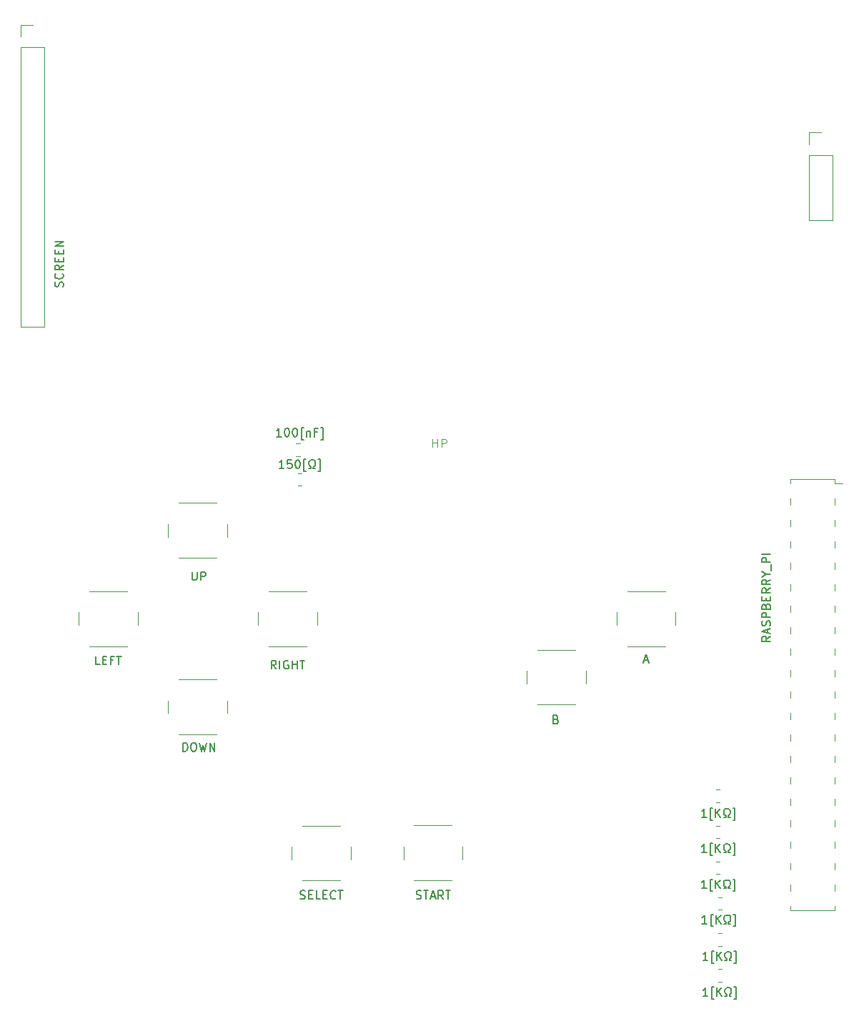
<source format=gbr>
%TF.GenerationSoftware,KiCad,Pcbnew,9.0.5*%
%TF.CreationDate,2025-10-16T02:52:29+02:00*%
%TF.ProjectId,Gameboy-interface-card,47616d65-626f-4792-9d69-6e7465726661,rev?*%
%TF.SameCoordinates,Original*%
%TF.FileFunction,Legend,Top*%
%TF.FilePolarity,Positive*%
%FSLAX46Y46*%
G04 Gerber Fmt 4.6, Leading zero omitted, Abs format (unit mm)*
G04 Created by KiCad (PCBNEW 9.0.5) date 2025-10-16 02:52:29*
%MOMM*%
%LPD*%
G01*
G04 APERTURE LIST*
%ADD10C,0.150000*%
%ADD11C,0.100000*%
%ADD12C,0.120000*%
G04 APERTURE END LIST*
D10*
X52119048Y-132204819D02*
X52119048Y-131204819D01*
X52119048Y-131204819D02*
X52357143Y-131204819D01*
X52357143Y-131204819D02*
X52500000Y-131252438D01*
X52500000Y-131252438D02*
X52595238Y-131347676D01*
X52595238Y-131347676D02*
X52642857Y-131442914D01*
X52642857Y-131442914D02*
X52690476Y-131633390D01*
X52690476Y-131633390D02*
X52690476Y-131776247D01*
X52690476Y-131776247D02*
X52642857Y-131966723D01*
X52642857Y-131966723D02*
X52595238Y-132061961D01*
X52595238Y-132061961D02*
X52500000Y-132157200D01*
X52500000Y-132157200D02*
X52357143Y-132204819D01*
X52357143Y-132204819D02*
X52119048Y-132204819D01*
X53309524Y-131204819D02*
X53500000Y-131204819D01*
X53500000Y-131204819D02*
X53595238Y-131252438D01*
X53595238Y-131252438D02*
X53690476Y-131347676D01*
X53690476Y-131347676D02*
X53738095Y-131538152D01*
X53738095Y-131538152D02*
X53738095Y-131871485D01*
X53738095Y-131871485D02*
X53690476Y-132061961D01*
X53690476Y-132061961D02*
X53595238Y-132157200D01*
X53595238Y-132157200D02*
X53500000Y-132204819D01*
X53500000Y-132204819D02*
X53309524Y-132204819D01*
X53309524Y-132204819D02*
X53214286Y-132157200D01*
X53214286Y-132157200D02*
X53119048Y-132061961D01*
X53119048Y-132061961D02*
X53071429Y-131871485D01*
X53071429Y-131871485D02*
X53071429Y-131538152D01*
X53071429Y-131538152D02*
X53119048Y-131347676D01*
X53119048Y-131347676D02*
X53214286Y-131252438D01*
X53214286Y-131252438D02*
X53309524Y-131204819D01*
X54071429Y-131204819D02*
X54309524Y-132204819D01*
X54309524Y-132204819D02*
X54500000Y-131490533D01*
X54500000Y-131490533D02*
X54690476Y-132204819D01*
X54690476Y-132204819D02*
X54928572Y-131204819D01*
X55309524Y-132204819D02*
X55309524Y-131204819D01*
X55309524Y-131204819D02*
X55880952Y-132204819D01*
X55880952Y-132204819D02*
X55880952Y-131204819D01*
X63785713Y-94954819D02*
X63214285Y-94954819D01*
X63499999Y-94954819D02*
X63499999Y-93954819D01*
X63499999Y-93954819D02*
X63404761Y-94097676D01*
X63404761Y-94097676D02*
X63309523Y-94192914D01*
X63309523Y-94192914D02*
X63214285Y-94240533D01*
X64404761Y-93954819D02*
X64499999Y-93954819D01*
X64499999Y-93954819D02*
X64595237Y-94002438D01*
X64595237Y-94002438D02*
X64642856Y-94050057D01*
X64642856Y-94050057D02*
X64690475Y-94145295D01*
X64690475Y-94145295D02*
X64738094Y-94335771D01*
X64738094Y-94335771D02*
X64738094Y-94573866D01*
X64738094Y-94573866D02*
X64690475Y-94764342D01*
X64690475Y-94764342D02*
X64642856Y-94859580D01*
X64642856Y-94859580D02*
X64595237Y-94907200D01*
X64595237Y-94907200D02*
X64499999Y-94954819D01*
X64499999Y-94954819D02*
X64404761Y-94954819D01*
X64404761Y-94954819D02*
X64309523Y-94907200D01*
X64309523Y-94907200D02*
X64261904Y-94859580D01*
X64261904Y-94859580D02*
X64214285Y-94764342D01*
X64214285Y-94764342D02*
X64166666Y-94573866D01*
X64166666Y-94573866D02*
X64166666Y-94335771D01*
X64166666Y-94335771D02*
X64214285Y-94145295D01*
X64214285Y-94145295D02*
X64261904Y-94050057D01*
X64261904Y-94050057D02*
X64309523Y-94002438D01*
X64309523Y-94002438D02*
X64404761Y-93954819D01*
X65357142Y-93954819D02*
X65452380Y-93954819D01*
X65452380Y-93954819D02*
X65547618Y-94002438D01*
X65547618Y-94002438D02*
X65595237Y-94050057D01*
X65595237Y-94050057D02*
X65642856Y-94145295D01*
X65642856Y-94145295D02*
X65690475Y-94335771D01*
X65690475Y-94335771D02*
X65690475Y-94573866D01*
X65690475Y-94573866D02*
X65642856Y-94764342D01*
X65642856Y-94764342D02*
X65595237Y-94859580D01*
X65595237Y-94859580D02*
X65547618Y-94907200D01*
X65547618Y-94907200D02*
X65452380Y-94954819D01*
X65452380Y-94954819D02*
X65357142Y-94954819D01*
X65357142Y-94954819D02*
X65261904Y-94907200D01*
X65261904Y-94907200D02*
X65214285Y-94859580D01*
X65214285Y-94859580D02*
X65166666Y-94764342D01*
X65166666Y-94764342D02*
X65119047Y-94573866D01*
X65119047Y-94573866D02*
X65119047Y-94335771D01*
X65119047Y-94335771D02*
X65166666Y-94145295D01*
X65166666Y-94145295D02*
X65214285Y-94050057D01*
X65214285Y-94050057D02*
X65261904Y-94002438D01*
X65261904Y-94002438D02*
X65357142Y-93954819D01*
X66404761Y-95288152D02*
X66166666Y-95288152D01*
X66166666Y-95288152D02*
X66166666Y-93859580D01*
X66166666Y-93859580D02*
X66404761Y-93859580D01*
X66785714Y-94288152D02*
X66785714Y-94954819D01*
X66785714Y-94383390D02*
X66833333Y-94335771D01*
X66833333Y-94335771D02*
X66928571Y-94288152D01*
X66928571Y-94288152D02*
X67071428Y-94288152D01*
X67071428Y-94288152D02*
X67166666Y-94335771D01*
X67166666Y-94335771D02*
X67214285Y-94431009D01*
X67214285Y-94431009D02*
X67214285Y-94954819D01*
X68023809Y-94431009D02*
X67690476Y-94431009D01*
X67690476Y-94954819D02*
X67690476Y-93954819D01*
X67690476Y-93954819D02*
X68166666Y-93954819D01*
X68452381Y-95288152D02*
X68690476Y-95288152D01*
X68690476Y-95288152D02*
X68690476Y-93859580D01*
X68690476Y-93859580D02*
X68452381Y-93859580D01*
X114197618Y-152604819D02*
X113626190Y-152604819D01*
X113911904Y-152604819D02*
X113911904Y-151604819D01*
X113911904Y-151604819D02*
X113816666Y-151747676D01*
X113816666Y-151747676D02*
X113721428Y-151842914D01*
X113721428Y-151842914D02*
X113626190Y-151890533D01*
X114911904Y-152938152D02*
X114673809Y-152938152D01*
X114673809Y-152938152D02*
X114673809Y-151509580D01*
X114673809Y-151509580D02*
X114911904Y-151509580D01*
X115292857Y-152604819D02*
X115292857Y-151604819D01*
X115864285Y-152604819D02*
X115435714Y-152033390D01*
X115864285Y-151604819D02*
X115292857Y-152176247D01*
X116245238Y-152604819D02*
X116483333Y-152604819D01*
X116483333Y-152604819D02*
X116483333Y-152414342D01*
X116483333Y-152414342D02*
X116388095Y-152366723D01*
X116388095Y-152366723D02*
X116292857Y-152271485D01*
X116292857Y-152271485D02*
X116245238Y-152128628D01*
X116245238Y-152128628D02*
X116245238Y-151890533D01*
X116245238Y-151890533D02*
X116292857Y-151747676D01*
X116292857Y-151747676D02*
X116388095Y-151652438D01*
X116388095Y-151652438D02*
X116530952Y-151604819D01*
X116530952Y-151604819D02*
X116721428Y-151604819D01*
X116721428Y-151604819D02*
X116864285Y-151652438D01*
X116864285Y-151652438D02*
X116959523Y-151747676D01*
X116959523Y-151747676D02*
X117007142Y-151890533D01*
X117007142Y-151890533D02*
X117007142Y-152128628D01*
X117007142Y-152128628D02*
X116959523Y-152271485D01*
X116959523Y-152271485D02*
X116864285Y-152366723D01*
X116864285Y-152366723D02*
X116769047Y-152414342D01*
X116769047Y-152414342D02*
X116769047Y-152604819D01*
X116769047Y-152604819D02*
X117007142Y-152604819D01*
X117340476Y-152938152D02*
X117578571Y-152938152D01*
X117578571Y-152938152D02*
X117578571Y-151509580D01*
X117578571Y-151509580D02*
X117340476Y-151509580D01*
X96321428Y-128431009D02*
X96464285Y-128478628D01*
X96464285Y-128478628D02*
X96511904Y-128526247D01*
X96511904Y-128526247D02*
X96559523Y-128621485D01*
X96559523Y-128621485D02*
X96559523Y-128764342D01*
X96559523Y-128764342D02*
X96511904Y-128859580D01*
X96511904Y-128859580D02*
X96464285Y-128907200D01*
X96464285Y-128907200D02*
X96369047Y-128954819D01*
X96369047Y-128954819D02*
X95988095Y-128954819D01*
X95988095Y-128954819D02*
X95988095Y-127954819D01*
X95988095Y-127954819D02*
X96321428Y-127954819D01*
X96321428Y-127954819D02*
X96416666Y-128002438D01*
X96416666Y-128002438D02*
X96464285Y-128050057D01*
X96464285Y-128050057D02*
X96511904Y-128145295D01*
X96511904Y-128145295D02*
X96511904Y-128240533D01*
X96511904Y-128240533D02*
X96464285Y-128335771D01*
X96464285Y-128335771D02*
X96416666Y-128383390D01*
X96416666Y-128383390D02*
X96321428Y-128431009D01*
X96321428Y-128431009D02*
X95988095Y-128431009D01*
X106761905Y-121419104D02*
X107238095Y-121419104D01*
X106666667Y-121704819D02*
X107000000Y-120704819D01*
X107000000Y-120704819D02*
X107333333Y-121704819D01*
X114147618Y-144204819D02*
X113576190Y-144204819D01*
X113861904Y-144204819D02*
X113861904Y-143204819D01*
X113861904Y-143204819D02*
X113766666Y-143347676D01*
X113766666Y-143347676D02*
X113671428Y-143442914D01*
X113671428Y-143442914D02*
X113576190Y-143490533D01*
X114861904Y-144538152D02*
X114623809Y-144538152D01*
X114623809Y-144538152D02*
X114623809Y-143109580D01*
X114623809Y-143109580D02*
X114861904Y-143109580D01*
X115242857Y-144204819D02*
X115242857Y-143204819D01*
X115814285Y-144204819D02*
X115385714Y-143633390D01*
X115814285Y-143204819D02*
X115242857Y-143776247D01*
X116195238Y-144204819D02*
X116433333Y-144204819D01*
X116433333Y-144204819D02*
X116433333Y-144014342D01*
X116433333Y-144014342D02*
X116338095Y-143966723D01*
X116338095Y-143966723D02*
X116242857Y-143871485D01*
X116242857Y-143871485D02*
X116195238Y-143728628D01*
X116195238Y-143728628D02*
X116195238Y-143490533D01*
X116195238Y-143490533D02*
X116242857Y-143347676D01*
X116242857Y-143347676D02*
X116338095Y-143252438D01*
X116338095Y-143252438D02*
X116480952Y-143204819D01*
X116480952Y-143204819D02*
X116671428Y-143204819D01*
X116671428Y-143204819D02*
X116814285Y-143252438D01*
X116814285Y-143252438D02*
X116909523Y-143347676D01*
X116909523Y-143347676D02*
X116957142Y-143490533D01*
X116957142Y-143490533D02*
X116957142Y-143728628D01*
X116957142Y-143728628D02*
X116909523Y-143871485D01*
X116909523Y-143871485D02*
X116814285Y-143966723D01*
X116814285Y-143966723D02*
X116719047Y-144014342D01*
X116719047Y-144014342D02*
X116719047Y-144204819D01*
X116719047Y-144204819D02*
X116957142Y-144204819D01*
X117290476Y-144538152D02*
X117528571Y-144538152D01*
X117528571Y-144538152D02*
X117528571Y-143109580D01*
X117528571Y-143109580D02*
X117290476Y-143109580D01*
X114297618Y-161204819D02*
X113726190Y-161204819D01*
X114011904Y-161204819D02*
X114011904Y-160204819D01*
X114011904Y-160204819D02*
X113916666Y-160347676D01*
X113916666Y-160347676D02*
X113821428Y-160442914D01*
X113821428Y-160442914D02*
X113726190Y-160490533D01*
X115011904Y-161538152D02*
X114773809Y-161538152D01*
X114773809Y-161538152D02*
X114773809Y-160109580D01*
X114773809Y-160109580D02*
X115011904Y-160109580D01*
X115392857Y-161204819D02*
X115392857Y-160204819D01*
X115964285Y-161204819D02*
X115535714Y-160633390D01*
X115964285Y-160204819D02*
X115392857Y-160776247D01*
X116345238Y-161204819D02*
X116583333Y-161204819D01*
X116583333Y-161204819D02*
X116583333Y-161014342D01*
X116583333Y-161014342D02*
X116488095Y-160966723D01*
X116488095Y-160966723D02*
X116392857Y-160871485D01*
X116392857Y-160871485D02*
X116345238Y-160728628D01*
X116345238Y-160728628D02*
X116345238Y-160490533D01*
X116345238Y-160490533D02*
X116392857Y-160347676D01*
X116392857Y-160347676D02*
X116488095Y-160252438D01*
X116488095Y-160252438D02*
X116630952Y-160204819D01*
X116630952Y-160204819D02*
X116821428Y-160204819D01*
X116821428Y-160204819D02*
X116964285Y-160252438D01*
X116964285Y-160252438D02*
X117059523Y-160347676D01*
X117059523Y-160347676D02*
X117107142Y-160490533D01*
X117107142Y-160490533D02*
X117107142Y-160728628D01*
X117107142Y-160728628D02*
X117059523Y-160871485D01*
X117059523Y-160871485D02*
X116964285Y-160966723D01*
X116964285Y-160966723D02*
X116869047Y-161014342D01*
X116869047Y-161014342D02*
X116869047Y-161204819D01*
X116869047Y-161204819D02*
X117107142Y-161204819D01*
X117440476Y-161538152D02*
X117678571Y-161538152D01*
X117678571Y-161538152D02*
X117678571Y-160109580D01*
X117678571Y-160109580D02*
X117440476Y-160109580D01*
X42297618Y-121954819D02*
X41821428Y-121954819D01*
X41821428Y-121954819D02*
X41821428Y-120954819D01*
X42630952Y-121431009D02*
X42964285Y-121431009D01*
X43107142Y-121954819D02*
X42630952Y-121954819D01*
X42630952Y-121954819D02*
X42630952Y-120954819D01*
X42630952Y-120954819D02*
X43107142Y-120954819D01*
X43869047Y-121431009D02*
X43535714Y-121431009D01*
X43535714Y-121954819D02*
X43535714Y-120954819D01*
X43535714Y-120954819D02*
X44011904Y-120954819D01*
X44250000Y-120954819D02*
X44821428Y-120954819D01*
X44535714Y-121954819D02*
X44535714Y-120954819D01*
X37907200Y-77214285D02*
X37954819Y-77071428D01*
X37954819Y-77071428D02*
X37954819Y-76833333D01*
X37954819Y-76833333D02*
X37907200Y-76738095D01*
X37907200Y-76738095D02*
X37859580Y-76690476D01*
X37859580Y-76690476D02*
X37764342Y-76642857D01*
X37764342Y-76642857D02*
X37669104Y-76642857D01*
X37669104Y-76642857D02*
X37573866Y-76690476D01*
X37573866Y-76690476D02*
X37526247Y-76738095D01*
X37526247Y-76738095D02*
X37478628Y-76833333D01*
X37478628Y-76833333D02*
X37431009Y-77023809D01*
X37431009Y-77023809D02*
X37383390Y-77119047D01*
X37383390Y-77119047D02*
X37335771Y-77166666D01*
X37335771Y-77166666D02*
X37240533Y-77214285D01*
X37240533Y-77214285D02*
X37145295Y-77214285D01*
X37145295Y-77214285D02*
X37050057Y-77166666D01*
X37050057Y-77166666D02*
X37002438Y-77119047D01*
X37002438Y-77119047D02*
X36954819Y-77023809D01*
X36954819Y-77023809D02*
X36954819Y-76785714D01*
X36954819Y-76785714D02*
X37002438Y-76642857D01*
X37859580Y-75642857D02*
X37907200Y-75690476D01*
X37907200Y-75690476D02*
X37954819Y-75833333D01*
X37954819Y-75833333D02*
X37954819Y-75928571D01*
X37954819Y-75928571D02*
X37907200Y-76071428D01*
X37907200Y-76071428D02*
X37811961Y-76166666D01*
X37811961Y-76166666D02*
X37716723Y-76214285D01*
X37716723Y-76214285D02*
X37526247Y-76261904D01*
X37526247Y-76261904D02*
X37383390Y-76261904D01*
X37383390Y-76261904D02*
X37192914Y-76214285D01*
X37192914Y-76214285D02*
X37097676Y-76166666D01*
X37097676Y-76166666D02*
X37002438Y-76071428D01*
X37002438Y-76071428D02*
X36954819Y-75928571D01*
X36954819Y-75928571D02*
X36954819Y-75833333D01*
X36954819Y-75833333D02*
X37002438Y-75690476D01*
X37002438Y-75690476D02*
X37050057Y-75642857D01*
X37954819Y-74642857D02*
X37478628Y-74976190D01*
X37954819Y-75214285D02*
X36954819Y-75214285D01*
X36954819Y-75214285D02*
X36954819Y-74833333D01*
X36954819Y-74833333D02*
X37002438Y-74738095D01*
X37002438Y-74738095D02*
X37050057Y-74690476D01*
X37050057Y-74690476D02*
X37145295Y-74642857D01*
X37145295Y-74642857D02*
X37288152Y-74642857D01*
X37288152Y-74642857D02*
X37383390Y-74690476D01*
X37383390Y-74690476D02*
X37431009Y-74738095D01*
X37431009Y-74738095D02*
X37478628Y-74833333D01*
X37478628Y-74833333D02*
X37478628Y-75214285D01*
X37431009Y-74214285D02*
X37431009Y-73880952D01*
X37954819Y-73738095D02*
X37954819Y-74214285D01*
X37954819Y-74214285D02*
X36954819Y-74214285D01*
X36954819Y-74214285D02*
X36954819Y-73738095D01*
X37431009Y-73309523D02*
X37431009Y-72976190D01*
X37954819Y-72833333D02*
X37954819Y-73309523D01*
X37954819Y-73309523D02*
X36954819Y-73309523D01*
X36954819Y-73309523D02*
X36954819Y-72833333D01*
X37954819Y-72404761D02*
X36954819Y-72404761D01*
X36954819Y-72404761D02*
X37954819Y-71833333D01*
X37954819Y-71833333D02*
X36954819Y-71833333D01*
X63166666Y-122454819D02*
X62833333Y-121978628D01*
X62595238Y-122454819D02*
X62595238Y-121454819D01*
X62595238Y-121454819D02*
X62976190Y-121454819D01*
X62976190Y-121454819D02*
X63071428Y-121502438D01*
X63071428Y-121502438D02*
X63119047Y-121550057D01*
X63119047Y-121550057D02*
X63166666Y-121645295D01*
X63166666Y-121645295D02*
X63166666Y-121788152D01*
X63166666Y-121788152D02*
X63119047Y-121883390D01*
X63119047Y-121883390D02*
X63071428Y-121931009D01*
X63071428Y-121931009D02*
X62976190Y-121978628D01*
X62976190Y-121978628D02*
X62595238Y-121978628D01*
X63595238Y-122454819D02*
X63595238Y-121454819D01*
X64595237Y-121502438D02*
X64499999Y-121454819D01*
X64499999Y-121454819D02*
X64357142Y-121454819D01*
X64357142Y-121454819D02*
X64214285Y-121502438D01*
X64214285Y-121502438D02*
X64119047Y-121597676D01*
X64119047Y-121597676D02*
X64071428Y-121692914D01*
X64071428Y-121692914D02*
X64023809Y-121883390D01*
X64023809Y-121883390D02*
X64023809Y-122026247D01*
X64023809Y-122026247D02*
X64071428Y-122216723D01*
X64071428Y-122216723D02*
X64119047Y-122311961D01*
X64119047Y-122311961D02*
X64214285Y-122407200D01*
X64214285Y-122407200D02*
X64357142Y-122454819D01*
X64357142Y-122454819D02*
X64452380Y-122454819D01*
X64452380Y-122454819D02*
X64595237Y-122407200D01*
X64595237Y-122407200D02*
X64642856Y-122359580D01*
X64642856Y-122359580D02*
X64642856Y-122026247D01*
X64642856Y-122026247D02*
X64452380Y-122026247D01*
X65071428Y-122454819D02*
X65071428Y-121454819D01*
X65071428Y-121931009D02*
X65642856Y-121931009D01*
X65642856Y-122454819D02*
X65642856Y-121454819D01*
X65976190Y-121454819D02*
X66547618Y-121454819D01*
X66261904Y-122454819D02*
X66261904Y-121454819D01*
X79773809Y-149657200D02*
X79916666Y-149704819D01*
X79916666Y-149704819D02*
X80154761Y-149704819D01*
X80154761Y-149704819D02*
X80249999Y-149657200D01*
X80249999Y-149657200D02*
X80297618Y-149609580D01*
X80297618Y-149609580D02*
X80345237Y-149514342D01*
X80345237Y-149514342D02*
X80345237Y-149419104D01*
X80345237Y-149419104D02*
X80297618Y-149323866D01*
X80297618Y-149323866D02*
X80249999Y-149276247D01*
X80249999Y-149276247D02*
X80154761Y-149228628D01*
X80154761Y-149228628D02*
X79964285Y-149181009D01*
X79964285Y-149181009D02*
X79869047Y-149133390D01*
X79869047Y-149133390D02*
X79821428Y-149085771D01*
X79821428Y-149085771D02*
X79773809Y-148990533D01*
X79773809Y-148990533D02*
X79773809Y-148895295D01*
X79773809Y-148895295D02*
X79821428Y-148800057D01*
X79821428Y-148800057D02*
X79869047Y-148752438D01*
X79869047Y-148752438D02*
X79964285Y-148704819D01*
X79964285Y-148704819D02*
X80202380Y-148704819D01*
X80202380Y-148704819D02*
X80345237Y-148752438D01*
X80630952Y-148704819D02*
X81202380Y-148704819D01*
X80916666Y-149704819D02*
X80916666Y-148704819D01*
X81488095Y-149419104D02*
X81964285Y-149419104D01*
X81392857Y-149704819D02*
X81726190Y-148704819D01*
X81726190Y-148704819D02*
X82059523Y-149704819D01*
X82964285Y-149704819D02*
X82630952Y-149228628D01*
X82392857Y-149704819D02*
X82392857Y-148704819D01*
X82392857Y-148704819D02*
X82773809Y-148704819D01*
X82773809Y-148704819D02*
X82869047Y-148752438D01*
X82869047Y-148752438D02*
X82916666Y-148800057D01*
X82916666Y-148800057D02*
X82964285Y-148895295D01*
X82964285Y-148895295D02*
X82964285Y-149038152D01*
X82964285Y-149038152D02*
X82916666Y-149133390D01*
X82916666Y-149133390D02*
X82869047Y-149181009D01*
X82869047Y-149181009D02*
X82773809Y-149228628D01*
X82773809Y-149228628D02*
X82392857Y-149228628D01*
X83250000Y-148704819D02*
X83821428Y-148704819D01*
X83535714Y-149704819D02*
X83535714Y-148704819D01*
X121704819Y-118595238D02*
X121228628Y-118928571D01*
X121704819Y-119166666D02*
X120704819Y-119166666D01*
X120704819Y-119166666D02*
X120704819Y-118785714D01*
X120704819Y-118785714D02*
X120752438Y-118690476D01*
X120752438Y-118690476D02*
X120800057Y-118642857D01*
X120800057Y-118642857D02*
X120895295Y-118595238D01*
X120895295Y-118595238D02*
X121038152Y-118595238D01*
X121038152Y-118595238D02*
X121133390Y-118642857D01*
X121133390Y-118642857D02*
X121181009Y-118690476D01*
X121181009Y-118690476D02*
X121228628Y-118785714D01*
X121228628Y-118785714D02*
X121228628Y-119166666D01*
X121419104Y-118214285D02*
X121419104Y-117738095D01*
X121704819Y-118309523D02*
X120704819Y-117976190D01*
X120704819Y-117976190D02*
X121704819Y-117642857D01*
X121657200Y-117357142D02*
X121704819Y-117214285D01*
X121704819Y-117214285D02*
X121704819Y-116976190D01*
X121704819Y-116976190D02*
X121657200Y-116880952D01*
X121657200Y-116880952D02*
X121609580Y-116833333D01*
X121609580Y-116833333D02*
X121514342Y-116785714D01*
X121514342Y-116785714D02*
X121419104Y-116785714D01*
X121419104Y-116785714D02*
X121323866Y-116833333D01*
X121323866Y-116833333D02*
X121276247Y-116880952D01*
X121276247Y-116880952D02*
X121228628Y-116976190D01*
X121228628Y-116976190D02*
X121181009Y-117166666D01*
X121181009Y-117166666D02*
X121133390Y-117261904D01*
X121133390Y-117261904D02*
X121085771Y-117309523D01*
X121085771Y-117309523D02*
X120990533Y-117357142D01*
X120990533Y-117357142D02*
X120895295Y-117357142D01*
X120895295Y-117357142D02*
X120800057Y-117309523D01*
X120800057Y-117309523D02*
X120752438Y-117261904D01*
X120752438Y-117261904D02*
X120704819Y-117166666D01*
X120704819Y-117166666D02*
X120704819Y-116928571D01*
X120704819Y-116928571D02*
X120752438Y-116785714D01*
X121704819Y-116357142D02*
X120704819Y-116357142D01*
X120704819Y-116357142D02*
X120704819Y-115976190D01*
X120704819Y-115976190D02*
X120752438Y-115880952D01*
X120752438Y-115880952D02*
X120800057Y-115833333D01*
X120800057Y-115833333D02*
X120895295Y-115785714D01*
X120895295Y-115785714D02*
X121038152Y-115785714D01*
X121038152Y-115785714D02*
X121133390Y-115833333D01*
X121133390Y-115833333D02*
X121181009Y-115880952D01*
X121181009Y-115880952D02*
X121228628Y-115976190D01*
X121228628Y-115976190D02*
X121228628Y-116357142D01*
X121181009Y-115023809D02*
X121228628Y-114880952D01*
X121228628Y-114880952D02*
X121276247Y-114833333D01*
X121276247Y-114833333D02*
X121371485Y-114785714D01*
X121371485Y-114785714D02*
X121514342Y-114785714D01*
X121514342Y-114785714D02*
X121609580Y-114833333D01*
X121609580Y-114833333D02*
X121657200Y-114880952D01*
X121657200Y-114880952D02*
X121704819Y-114976190D01*
X121704819Y-114976190D02*
X121704819Y-115357142D01*
X121704819Y-115357142D02*
X120704819Y-115357142D01*
X120704819Y-115357142D02*
X120704819Y-115023809D01*
X120704819Y-115023809D02*
X120752438Y-114928571D01*
X120752438Y-114928571D02*
X120800057Y-114880952D01*
X120800057Y-114880952D02*
X120895295Y-114833333D01*
X120895295Y-114833333D02*
X120990533Y-114833333D01*
X120990533Y-114833333D02*
X121085771Y-114880952D01*
X121085771Y-114880952D02*
X121133390Y-114928571D01*
X121133390Y-114928571D02*
X121181009Y-115023809D01*
X121181009Y-115023809D02*
X121181009Y-115357142D01*
X121181009Y-114357142D02*
X121181009Y-114023809D01*
X121704819Y-113880952D02*
X121704819Y-114357142D01*
X121704819Y-114357142D02*
X120704819Y-114357142D01*
X120704819Y-114357142D02*
X120704819Y-113880952D01*
X121704819Y-112880952D02*
X121228628Y-113214285D01*
X121704819Y-113452380D02*
X120704819Y-113452380D01*
X120704819Y-113452380D02*
X120704819Y-113071428D01*
X120704819Y-113071428D02*
X120752438Y-112976190D01*
X120752438Y-112976190D02*
X120800057Y-112928571D01*
X120800057Y-112928571D02*
X120895295Y-112880952D01*
X120895295Y-112880952D02*
X121038152Y-112880952D01*
X121038152Y-112880952D02*
X121133390Y-112928571D01*
X121133390Y-112928571D02*
X121181009Y-112976190D01*
X121181009Y-112976190D02*
X121228628Y-113071428D01*
X121228628Y-113071428D02*
X121228628Y-113452380D01*
X121704819Y-111880952D02*
X121228628Y-112214285D01*
X121704819Y-112452380D02*
X120704819Y-112452380D01*
X120704819Y-112452380D02*
X120704819Y-112071428D01*
X120704819Y-112071428D02*
X120752438Y-111976190D01*
X120752438Y-111976190D02*
X120800057Y-111928571D01*
X120800057Y-111928571D02*
X120895295Y-111880952D01*
X120895295Y-111880952D02*
X121038152Y-111880952D01*
X121038152Y-111880952D02*
X121133390Y-111928571D01*
X121133390Y-111928571D02*
X121181009Y-111976190D01*
X121181009Y-111976190D02*
X121228628Y-112071428D01*
X121228628Y-112071428D02*
X121228628Y-112452380D01*
X121228628Y-111261904D02*
X121704819Y-111261904D01*
X120704819Y-111595237D02*
X121228628Y-111261904D01*
X121228628Y-111261904D02*
X120704819Y-110928571D01*
X121800057Y-110833333D02*
X121800057Y-110071428D01*
X121704819Y-109833332D02*
X120704819Y-109833332D01*
X120704819Y-109833332D02*
X120704819Y-109452380D01*
X120704819Y-109452380D02*
X120752438Y-109357142D01*
X120752438Y-109357142D02*
X120800057Y-109309523D01*
X120800057Y-109309523D02*
X120895295Y-109261904D01*
X120895295Y-109261904D02*
X121038152Y-109261904D01*
X121038152Y-109261904D02*
X121133390Y-109309523D01*
X121133390Y-109309523D02*
X121181009Y-109357142D01*
X121181009Y-109357142D02*
X121228628Y-109452380D01*
X121228628Y-109452380D02*
X121228628Y-109833332D01*
X121704819Y-108833332D02*
X120704819Y-108833332D01*
X66023809Y-149657200D02*
X66166666Y-149704819D01*
X66166666Y-149704819D02*
X66404761Y-149704819D01*
X66404761Y-149704819D02*
X66499999Y-149657200D01*
X66499999Y-149657200D02*
X66547618Y-149609580D01*
X66547618Y-149609580D02*
X66595237Y-149514342D01*
X66595237Y-149514342D02*
X66595237Y-149419104D01*
X66595237Y-149419104D02*
X66547618Y-149323866D01*
X66547618Y-149323866D02*
X66499999Y-149276247D01*
X66499999Y-149276247D02*
X66404761Y-149228628D01*
X66404761Y-149228628D02*
X66214285Y-149181009D01*
X66214285Y-149181009D02*
X66119047Y-149133390D01*
X66119047Y-149133390D02*
X66071428Y-149085771D01*
X66071428Y-149085771D02*
X66023809Y-148990533D01*
X66023809Y-148990533D02*
X66023809Y-148895295D01*
X66023809Y-148895295D02*
X66071428Y-148800057D01*
X66071428Y-148800057D02*
X66119047Y-148752438D01*
X66119047Y-148752438D02*
X66214285Y-148704819D01*
X66214285Y-148704819D02*
X66452380Y-148704819D01*
X66452380Y-148704819D02*
X66595237Y-148752438D01*
X67023809Y-149181009D02*
X67357142Y-149181009D01*
X67499999Y-149704819D02*
X67023809Y-149704819D01*
X67023809Y-149704819D02*
X67023809Y-148704819D01*
X67023809Y-148704819D02*
X67499999Y-148704819D01*
X68404761Y-149704819D02*
X67928571Y-149704819D01*
X67928571Y-149704819D02*
X67928571Y-148704819D01*
X68738095Y-149181009D02*
X69071428Y-149181009D01*
X69214285Y-149704819D02*
X68738095Y-149704819D01*
X68738095Y-149704819D02*
X68738095Y-148704819D01*
X68738095Y-148704819D02*
X69214285Y-148704819D01*
X70214285Y-149609580D02*
X70166666Y-149657200D01*
X70166666Y-149657200D02*
X70023809Y-149704819D01*
X70023809Y-149704819D02*
X69928571Y-149704819D01*
X69928571Y-149704819D02*
X69785714Y-149657200D01*
X69785714Y-149657200D02*
X69690476Y-149561961D01*
X69690476Y-149561961D02*
X69642857Y-149466723D01*
X69642857Y-149466723D02*
X69595238Y-149276247D01*
X69595238Y-149276247D02*
X69595238Y-149133390D01*
X69595238Y-149133390D02*
X69642857Y-148942914D01*
X69642857Y-148942914D02*
X69690476Y-148847676D01*
X69690476Y-148847676D02*
X69785714Y-148752438D01*
X69785714Y-148752438D02*
X69928571Y-148704819D01*
X69928571Y-148704819D02*
X70023809Y-148704819D01*
X70023809Y-148704819D02*
X70166666Y-148752438D01*
X70166666Y-148752438D02*
X70214285Y-148800057D01*
X70500000Y-148704819D02*
X71071428Y-148704819D01*
X70785714Y-149704819D02*
X70785714Y-148704819D01*
X64095237Y-98704819D02*
X63523809Y-98704819D01*
X63809523Y-98704819D02*
X63809523Y-97704819D01*
X63809523Y-97704819D02*
X63714285Y-97847676D01*
X63714285Y-97847676D02*
X63619047Y-97942914D01*
X63619047Y-97942914D02*
X63523809Y-97990533D01*
X64999999Y-97704819D02*
X64523809Y-97704819D01*
X64523809Y-97704819D02*
X64476190Y-98181009D01*
X64476190Y-98181009D02*
X64523809Y-98133390D01*
X64523809Y-98133390D02*
X64619047Y-98085771D01*
X64619047Y-98085771D02*
X64857142Y-98085771D01*
X64857142Y-98085771D02*
X64952380Y-98133390D01*
X64952380Y-98133390D02*
X64999999Y-98181009D01*
X64999999Y-98181009D02*
X65047618Y-98276247D01*
X65047618Y-98276247D02*
X65047618Y-98514342D01*
X65047618Y-98514342D02*
X64999999Y-98609580D01*
X64999999Y-98609580D02*
X64952380Y-98657200D01*
X64952380Y-98657200D02*
X64857142Y-98704819D01*
X64857142Y-98704819D02*
X64619047Y-98704819D01*
X64619047Y-98704819D02*
X64523809Y-98657200D01*
X64523809Y-98657200D02*
X64476190Y-98609580D01*
X65666666Y-97704819D02*
X65761904Y-97704819D01*
X65761904Y-97704819D02*
X65857142Y-97752438D01*
X65857142Y-97752438D02*
X65904761Y-97800057D01*
X65904761Y-97800057D02*
X65952380Y-97895295D01*
X65952380Y-97895295D02*
X65999999Y-98085771D01*
X65999999Y-98085771D02*
X65999999Y-98323866D01*
X65999999Y-98323866D02*
X65952380Y-98514342D01*
X65952380Y-98514342D02*
X65904761Y-98609580D01*
X65904761Y-98609580D02*
X65857142Y-98657200D01*
X65857142Y-98657200D02*
X65761904Y-98704819D01*
X65761904Y-98704819D02*
X65666666Y-98704819D01*
X65666666Y-98704819D02*
X65571428Y-98657200D01*
X65571428Y-98657200D02*
X65523809Y-98609580D01*
X65523809Y-98609580D02*
X65476190Y-98514342D01*
X65476190Y-98514342D02*
X65428571Y-98323866D01*
X65428571Y-98323866D02*
X65428571Y-98085771D01*
X65428571Y-98085771D02*
X65476190Y-97895295D01*
X65476190Y-97895295D02*
X65523809Y-97800057D01*
X65523809Y-97800057D02*
X65571428Y-97752438D01*
X65571428Y-97752438D02*
X65666666Y-97704819D01*
X66714285Y-99038152D02*
X66476190Y-99038152D01*
X66476190Y-99038152D02*
X66476190Y-97609580D01*
X66476190Y-97609580D02*
X66714285Y-97609580D01*
X67047619Y-98704819D02*
X67285714Y-98704819D01*
X67285714Y-98704819D02*
X67285714Y-98514342D01*
X67285714Y-98514342D02*
X67190476Y-98466723D01*
X67190476Y-98466723D02*
X67095238Y-98371485D01*
X67095238Y-98371485D02*
X67047619Y-98228628D01*
X67047619Y-98228628D02*
X67047619Y-97990533D01*
X67047619Y-97990533D02*
X67095238Y-97847676D01*
X67095238Y-97847676D02*
X67190476Y-97752438D01*
X67190476Y-97752438D02*
X67333333Y-97704819D01*
X67333333Y-97704819D02*
X67523809Y-97704819D01*
X67523809Y-97704819D02*
X67666666Y-97752438D01*
X67666666Y-97752438D02*
X67761904Y-97847676D01*
X67761904Y-97847676D02*
X67809523Y-97990533D01*
X67809523Y-97990533D02*
X67809523Y-98228628D01*
X67809523Y-98228628D02*
X67761904Y-98371485D01*
X67761904Y-98371485D02*
X67666666Y-98466723D01*
X67666666Y-98466723D02*
X67571428Y-98514342D01*
X67571428Y-98514342D02*
X67571428Y-98704819D01*
X67571428Y-98704819D02*
X67809523Y-98704819D01*
X68142857Y-99038152D02*
X68380952Y-99038152D01*
X68380952Y-99038152D02*
X68380952Y-97609580D01*
X68380952Y-97609580D02*
X68142857Y-97609580D01*
X114147618Y-140004819D02*
X113576190Y-140004819D01*
X113861904Y-140004819D02*
X113861904Y-139004819D01*
X113861904Y-139004819D02*
X113766666Y-139147676D01*
X113766666Y-139147676D02*
X113671428Y-139242914D01*
X113671428Y-139242914D02*
X113576190Y-139290533D01*
X114861904Y-140338152D02*
X114623809Y-140338152D01*
X114623809Y-140338152D02*
X114623809Y-138909580D01*
X114623809Y-138909580D02*
X114861904Y-138909580D01*
X115242857Y-140004819D02*
X115242857Y-139004819D01*
X115814285Y-140004819D02*
X115385714Y-139433390D01*
X115814285Y-139004819D02*
X115242857Y-139576247D01*
X116195238Y-140004819D02*
X116433333Y-140004819D01*
X116433333Y-140004819D02*
X116433333Y-139814342D01*
X116433333Y-139814342D02*
X116338095Y-139766723D01*
X116338095Y-139766723D02*
X116242857Y-139671485D01*
X116242857Y-139671485D02*
X116195238Y-139528628D01*
X116195238Y-139528628D02*
X116195238Y-139290533D01*
X116195238Y-139290533D02*
X116242857Y-139147676D01*
X116242857Y-139147676D02*
X116338095Y-139052438D01*
X116338095Y-139052438D02*
X116480952Y-139004819D01*
X116480952Y-139004819D02*
X116671428Y-139004819D01*
X116671428Y-139004819D02*
X116814285Y-139052438D01*
X116814285Y-139052438D02*
X116909523Y-139147676D01*
X116909523Y-139147676D02*
X116957142Y-139290533D01*
X116957142Y-139290533D02*
X116957142Y-139528628D01*
X116957142Y-139528628D02*
X116909523Y-139671485D01*
X116909523Y-139671485D02*
X116814285Y-139766723D01*
X116814285Y-139766723D02*
X116719047Y-139814342D01*
X116719047Y-139814342D02*
X116719047Y-140004819D01*
X116719047Y-140004819D02*
X116957142Y-140004819D01*
X117290476Y-140338152D02*
X117528571Y-140338152D01*
X117528571Y-140338152D02*
X117528571Y-138909580D01*
X117528571Y-138909580D02*
X117290476Y-138909580D01*
X114147618Y-148454819D02*
X113576190Y-148454819D01*
X113861904Y-148454819D02*
X113861904Y-147454819D01*
X113861904Y-147454819D02*
X113766666Y-147597676D01*
X113766666Y-147597676D02*
X113671428Y-147692914D01*
X113671428Y-147692914D02*
X113576190Y-147740533D01*
X114861904Y-148788152D02*
X114623809Y-148788152D01*
X114623809Y-148788152D02*
X114623809Y-147359580D01*
X114623809Y-147359580D02*
X114861904Y-147359580D01*
X115242857Y-148454819D02*
X115242857Y-147454819D01*
X115814285Y-148454819D02*
X115385714Y-147883390D01*
X115814285Y-147454819D02*
X115242857Y-148026247D01*
X116195238Y-148454819D02*
X116433333Y-148454819D01*
X116433333Y-148454819D02*
X116433333Y-148264342D01*
X116433333Y-148264342D02*
X116338095Y-148216723D01*
X116338095Y-148216723D02*
X116242857Y-148121485D01*
X116242857Y-148121485D02*
X116195238Y-147978628D01*
X116195238Y-147978628D02*
X116195238Y-147740533D01*
X116195238Y-147740533D02*
X116242857Y-147597676D01*
X116242857Y-147597676D02*
X116338095Y-147502438D01*
X116338095Y-147502438D02*
X116480952Y-147454819D01*
X116480952Y-147454819D02*
X116671428Y-147454819D01*
X116671428Y-147454819D02*
X116814285Y-147502438D01*
X116814285Y-147502438D02*
X116909523Y-147597676D01*
X116909523Y-147597676D02*
X116957142Y-147740533D01*
X116957142Y-147740533D02*
X116957142Y-147978628D01*
X116957142Y-147978628D02*
X116909523Y-148121485D01*
X116909523Y-148121485D02*
X116814285Y-148216723D01*
X116814285Y-148216723D02*
X116719047Y-148264342D01*
X116719047Y-148264342D02*
X116719047Y-148454819D01*
X116719047Y-148454819D02*
X116957142Y-148454819D01*
X117290476Y-148788152D02*
X117528571Y-148788152D01*
X117528571Y-148788152D02*
X117528571Y-147359580D01*
X117528571Y-147359580D02*
X117290476Y-147359580D01*
X53214286Y-110954819D02*
X53214286Y-111764342D01*
X53214286Y-111764342D02*
X53261905Y-111859580D01*
X53261905Y-111859580D02*
X53309524Y-111907200D01*
X53309524Y-111907200D02*
X53404762Y-111954819D01*
X53404762Y-111954819D02*
X53595238Y-111954819D01*
X53595238Y-111954819D02*
X53690476Y-111907200D01*
X53690476Y-111907200D02*
X53738095Y-111859580D01*
X53738095Y-111859580D02*
X53785714Y-111764342D01*
X53785714Y-111764342D02*
X53785714Y-110954819D01*
X54261905Y-111954819D02*
X54261905Y-110954819D01*
X54261905Y-110954819D02*
X54642857Y-110954819D01*
X54642857Y-110954819D02*
X54738095Y-111002438D01*
X54738095Y-111002438D02*
X54785714Y-111050057D01*
X54785714Y-111050057D02*
X54833333Y-111145295D01*
X54833333Y-111145295D02*
X54833333Y-111288152D01*
X54833333Y-111288152D02*
X54785714Y-111383390D01*
X54785714Y-111383390D02*
X54738095Y-111431009D01*
X54738095Y-111431009D02*
X54642857Y-111478628D01*
X54642857Y-111478628D02*
X54261905Y-111478628D01*
D11*
X81714286Y-96207419D02*
X81714286Y-95207419D01*
X81714286Y-95683609D02*
X82285714Y-95683609D01*
X82285714Y-96207419D02*
X82285714Y-95207419D01*
X82761905Y-96207419D02*
X82761905Y-95207419D01*
X82761905Y-95207419D02*
X83142857Y-95207419D01*
X83142857Y-95207419D02*
X83238095Y-95255038D01*
X83238095Y-95255038D02*
X83285714Y-95302657D01*
X83285714Y-95302657D02*
X83333333Y-95397895D01*
X83333333Y-95397895D02*
X83333333Y-95540752D01*
X83333333Y-95540752D02*
X83285714Y-95635990D01*
X83285714Y-95635990D02*
X83238095Y-95683609D01*
X83238095Y-95683609D02*
X83142857Y-95731228D01*
X83142857Y-95731228D02*
X82761905Y-95731228D01*
D10*
X114297618Y-156954819D02*
X113726190Y-156954819D01*
X114011904Y-156954819D02*
X114011904Y-155954819D01*
X114011904Y-155954819D02*
X113916666Y-156097676D01*
X113916666Y-156097676D02*
X113821428Y-156192914D01*
X113821428Y-156192914D02*
X113726190Y-156240533D01*
X115011904Y-157288152D02*
X114773809Y-157288152D01*
X114773809Y-157288152D02*
X114773809Y-155859580D01*
X114773809Y-155859580D02*
X115011904Y-155859580D01*
X115392857Y-156954819D02*
X115392857Y-155954819D01*
X115964285Y-156954819D02*
X115535714Y-156383390D01*
X115964285Y-155954819D02*
X115392857Y-156526247D01*
X116345238Y-156954819D02*
X116583333Y-156954819D01*
X116583333Y-156954819D02*
X116583333Y-156764342D01*
X116583333Y-156764342D02*
X116488095Y-156716723D01*
X116488095Y-156716723D02*
X116392857Y-156621485D01*
X116392857Y-156621485D02*
X116345238Y-156478628D01*
X116345238Y-156478628D02*
X116345238Y-156240533D01*
X116345238Y-156240533D02*
X116392857Y-156097676D01*
X116392857Y-156097676D02*
X116488095Y-156002438D01*
X116488095Y-156002438D02*
X116630952Y-155954819D01*
X116630952Y-155954819D02*
X116821428Y-155954819D01*
X116821428Y-155954819D02*
X116964285Y-156002438D01*
X116964285Y-156002438D02*
X117059523Y-156097676D01*
X117059523Y-156097676D02*
X117107142Y-156240533D01*
X117107142Y-156240533D02*
X117107142Y-156478628D01*
X117107142Y-156478628D02*
X117059523Y-156621485D01*
X117059523Y-156621485D02*
X116964285Y-156716723D01*
X116964285Y-156716723D02*
X116869047Y-156764342D01*
X116869047Y-156764342D02*
X116869047Y-156954819D01*
X116869047Y-156954819D02*
X117107142Y-156954819D01*
X117440476Y-157288152D02*
X117678571Y-157288152D01*
X117678571Y-157288152D02*
X117678571Y-155859580D01*
X117678571Y-155859580D02*
X117440476Y-155859580D01*
D12*
%TO.C,DOWN*%
X50377500Y-126195000D02*
X50377500Y-127695000D01*
X51627500Y-130195000D02*
X56127500Y-130195000D01*
X56127500Y-123695000D02*
X51627500Y-123695000D01*
X57377500Y-127695000D02*
X57377500Y-126195000D01*
%TO.C,100[nF]*%
X66011252Y-95765000D02*
X65488748Y-95765000D01*
X66011252Y-97235000D02*
X65488748Y-97235000D01*
%TO.C,1[K\u03A9]*%
X115977064Y-149515000D02*
X115522936Y-149515000D01*
X115977064Y-150985000D02*
X115522936Y-150985000D01*
%TO.C,B*%
X92872500Y-122695000D02*
X92872500Y-124195000D01*
X94122500Y-126695000D02*
X98622500Y-126695000D01*
X98622500Y-120195000D02*
X94122500Y-120195000D01*
X99872500Y-124195000D02*
X99872500Y-122695000D01*
%TO.C,A*%
X103502500Y-115755000D02*
X103502500Y-117255000D01*
X104752500Y-119755000D02*
X109252500Y-119755000D01*
X109252500Y-113255000D02*
X104752500Y-113255000D01*
X110502500Y-117255000D02*
X110502500Y-115755000D01*
%TO.C,1[K\u03A9]*%
X115727064Y-141015000D02*
X115272936Y-141015000D01*
X115727064Y-142485000D02*
X115272936Y-142485000D01*
X115977064Y-158015000D02*
X115522936Y-158015000D01*
X115977064Y-159485000D02*
X115522936Y-159485000D01*
%TO.C,LEFT*%
X39782500Y-115757500D02*
X39782500Y-117257500D01*
X41032500Y-119757500D02*
X45532500Y-119757500D01*
X45532500Y-113257500D02*
X41032500Y-113257500D01*
X46782500Y-117257500D02*
X46782500Y-115757500D01*
%TO.C,SCREEN*%
X32950000Y-46210000D02*
X34330000Y-46210000D01*
X32950000Y-47590000D02*
X32950000Y-46210000D01*
X32950000Y-48860000D02*
X32950000Y-81990000D01*
X32950000Y-48860000D02*
X35710000Y-48860000D01*
X32950000Y-81990000D02*
X35710000Y-81990000D01*
X35710000Y-48860000D02*
X35710000Y-81990000D01*
X126322420Y-58949999D02*
X127702420Y-58949999D01*
X126322420Y-60329999D02*
X126322420Y-58949999D01*
X126322420Y-61599999D02*
X126322420Y-69309999D01*
X126322420Y-61599999D02*
X129082420Y-61599999D01*
X126322420Y-69309999D02*
X129082420Y-69309999D01*
X129082420Y-61599999D02*
X129082420Y-69309999D01*
%TO.C,RIGHT*%
X61005158Y-115762500D02*
X61005158Y-117262500D01*
X62255158Y-119762500D02*
X66755158Y-119762500D01*
X66755158Y-113262500D02*
X62255158Y-113262500D01*
X68005158Y-117262500D02*
X68005158Y-115762500D01*
%TO.C,START*%
X78250000Y-143500000D02*
X78250000Y-145000000D01*
X79500000Y-147500000D02*
X84000000Y-147500000D01*
X84000000Y-141000000D02*
X79500000Y-141000000D01*
X85250000Y-145000000D02*
X85250000Y-143500000D01*
%TO.C,RASPBERRY_PI*%
X130292500Y-100477838D02*
X129382500Y-100477838D01*
X129382500Y-151012838D02*
X124082500Y-151012838D01*
X129382500Y-150527838D02*
X129382500Y-151012838D01*
X129382500Y-147987838D02*
X129382500Y-148737838D01*
X129382500Y-145447838D02*
X129382500Y-146197838D01*
X129382500Y-142907838D02*
X129382500Y-143657838D01*
X129382500Y-140367838D02*
X129382500Y-141117838D01*
X129382500Y-137827838D02*
X129382500Y-138577838D01*
X129382500Y-135287838D02*
X129382500Y-136037838D01*
X129382500Y-132747838D02*
X129382500Y-133497838D01*
X129382500Y-130207838D02*
X129382500Y-130957838D01*
X129382500Y-127667838D02*
X129382500Y-128417838D01*
X129382500Y-125127838D02*
X129382500Y-125877838D01*
X129382500Y-122587838D02*
X129382500Y-123337838D01*
X129382500Y-120047838D02*
X129382500Y-120797838D01*
X129382500Y-117507838D02*
X129382500Y-118257838D01*
X129382500Y-114967838D02*
X129382500Y-115717838D01*
X129382500Y-112427838D02*
X129382500Y-113177838D01*
X129382500Y-109887838D02*
X129382500Y-110637838D01*
X129382500Y-107347838D02*
X129382500Y-108097838D01*
X129382500Y-104807838D02*
X129382500Y-105557838D01*
X129382500Y-102267838D02*
X129382500Y-103017838D01*
X129382500Y-100477838D02*
X129382500Y-99992838D01*
X129382500Y-99992838D02*
X124082500Y-99992838D01*
X124082500Y-151012838D02*
X124082500Y-150527838D01*
X124082500Y-147987838D02*
X124082500Y-148737838D01*
X124082500Y-145447838D02*
X124082500Y-146197838D01*
X124082500Y-142907838D02*
X124082500Y-143657838D01*
X124082500Y-140367838D02*
X124082500Y-141117838D01*
X124082500Y-137827838D02*
X124082500Y-138577838D01*
X124082500Y-135287838D02*
X124082500Y-136037838D01*
X124082500Y-132747838D02*
X124082500Y-133497838D01*
X124082500Y-130207838D02*
X124082500Y-130957838D01*
X124082500Y-127667838D02*
X124082500Y-128417838D01*
X124082500Y-125127838D02*
X124082500Y-125877838D01*
X124082500Y-122587838D02*
X124082500Y-123337838D01*
X124082500Y-120047838D02*
X124082500Y-120797838D01*
X124082500Y-117507838D02*
X124082500Y-118257838D01*
X124082500Y-114967838D02*
X124082500Y-115717838D01*
X124082500Y-112427838D02*
X124082500Y-113177838D01*
X124082500Y-109887838D02*
X124082500Y-110637838D01*
X124082500Y-107347838D02*
X124082500Y-108097838D01*
X124082500Y-104807838D02*
X124082500Y-105557838D01*
X124082500Y-102267838D02*
X124082500Y-103017838D01*
X124082500Y-99992838D02*
X124082500Y-100477838D01*
%TO.C,SELECT*%
X65000000Y-143510000D02*
X65000000Y-145010000D01*
X66250000Y-147510000D02*
X70750000Y-147510000D01*
X70750000Y-141010000D02*
X66250000Y-141010000D01*
X72000000Y-145010000D02*
X72000000Y-143510000D01*
%TO.C,150[\u03A9]*%
X65722936Y-99265000D02*
X66177064Y-99265000D01*
X65722936Y-100735000D02*
X66177064Y-100735000D01*
%TO.C,1[K\u03A9]*%
X115727064Y-136765000D02*
X115272936Y-136765000D01*
X115727064Y-138235000D02*
X115272936Y-138235000D01*
X115727064Y-145265000D02*
X115272936Y-145265000D01*
X115727064Y-146735000D02*
X115272936Y-146735000D01*
%TO.C,UP*%
X50372500Y-105320000D02*
X50372500Y-106820000D01*
X51622500Y-109320000D02*
X56122500Y-109320000D01*
X56122500Y-102820000D02*
X51622500Y-102820000D01*
X57372500Y-106820000D02*
X57372500Y-105320000D01*
%TO.C,1[K\u03A9]*%
X115977064Y-153765000D02*
X115522936Y-153765000D01*
X115977064Y-155235000D02*
X115522936Y-155235000D01*
%TD*%
M02*

</source>
